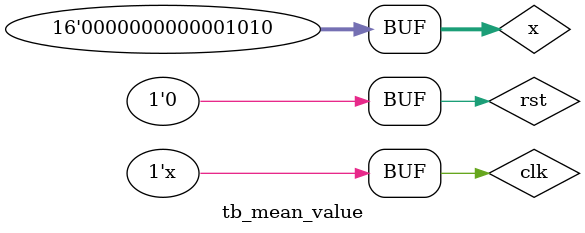
<source format=v>
`timescale 1ns/1ps

module tb_mean_value;

    // Inputs to DUT
    reg         clk;
    reg         rst;
    reg [15:0]  x;

    // Output from DUT
    wire [15:0] y;

    // Instantiate the VHDL DUT
    mean_value DUT (
        .clk(clk),
        .rst(rst),
        .x(x),
        .y(y)
    );

    // Clock generation: 10ns period
    always #4 clk = ~clk;

    initial begin
        // Init
        clk = 0;
        rst = 1;
        x   = 16'd0; #80;

        // Release reset
        rst = 0; 

        // --- SAMPLE SEQUENCE ---

        // Push 8 samples (for first mean)
        x = 16'd8;  #8;
        x = 16'd10; #8;
        x = 16'd8; #8;
        x = 16'd10; #8;
        x = 16'd8; #8;
        x = 16'd10; #8;
        x = 16'd8; #8;
        x = 16'd10; #8;
        //mean = 9
        // Another block of samples
        x = 16'd10; #8;
        x = 16'd10; #8;
        x = 16'd10; #8;
        x = 16'd10; #8;
        x = 16'd10; #8;
        x = 16'd10; #8;
        x = 16'd10; #8;
        x = 16'd10; #8;
        
        
        
        x = 16'd15; #8;
        x = 16'd30; #8;
        x = 16'd45; #8;
        x = 16'd15; #8;
        x = 16'd30; #8;
        x = 16'd45; #8;
        x = 16'd10; #8;
        x = 16'd10; #8;
        //mean = 10
        // Finish simulation
    
    end

endmodule

</source>
